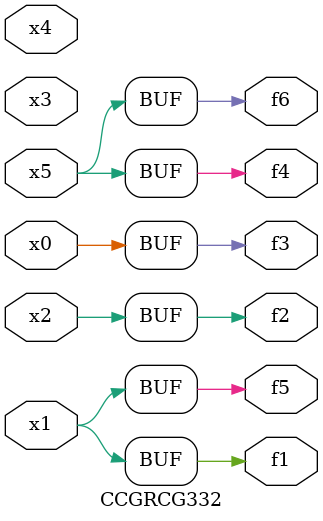
<source format=v>
module CCGRCG332(
	input x0, x1, x2, x3, x4, x5,
	output f1, f2, f3, f4, f5, f6
);
	assign f1 = x1;
	assign f2 = x2;
	assign f3 = x0;
	assign f4 = x5;
	assign f5 = x1;
	assign f6 = x5;
endmodule

</source>
